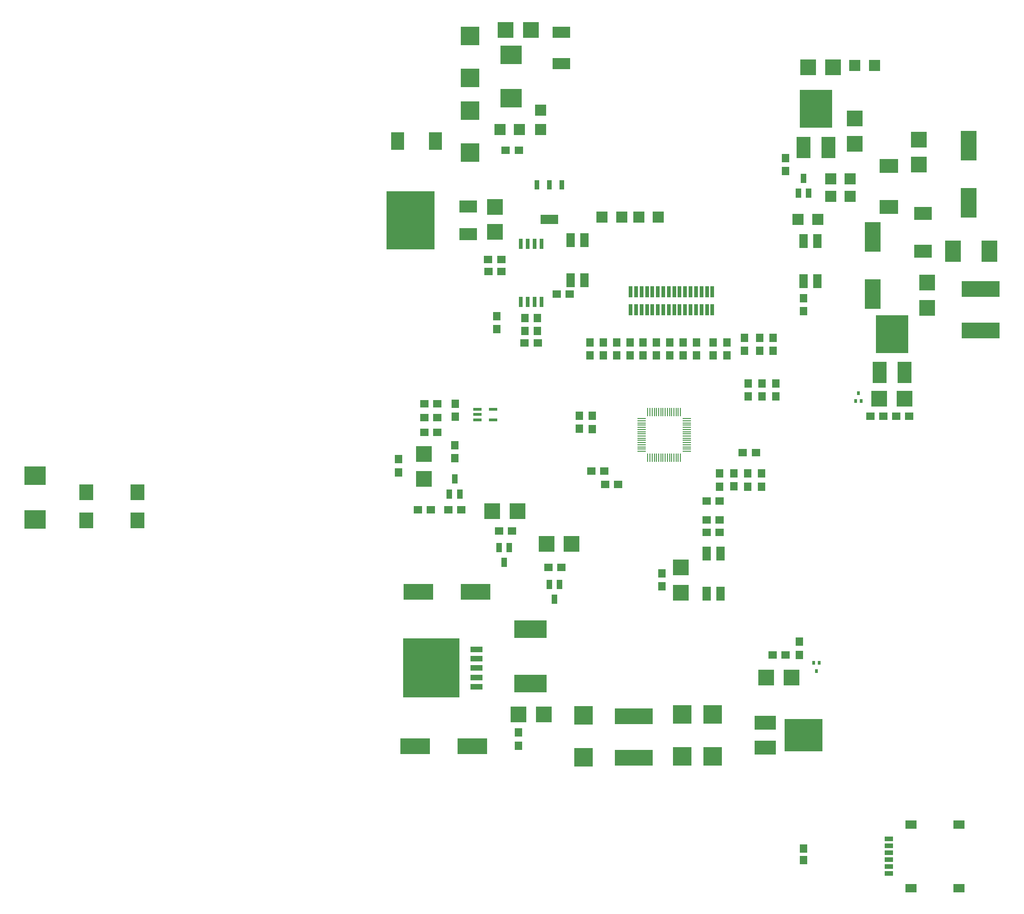
<source format=gtp>
G04 Layer_Color=8421504*
%FSLAX25Y25*%
%MOIN*%
G70*
G01*
G75*
%ADD10R,0.01850X0.02520*%
%ADD11R,0.11811X0.11811*%
%ADD12R,0.09843X0.15748*%
%ADD13R,0.23622X0.27559*%
%ADD14R,0.05906X0.05512*%
%ADD15R,0.05512X0.05906*%
%ADD16R,0.09449X0.12992*%
%ADD17R,0.02559X0.07874*%
%ADD18R,0.40984X0.42520*%
%ADD19R,0.08504X0.04213*%
%ADD20R,0.07874X0.07874*%
%ADD21R,0.13780X0.09843*%
%ADD22R,0.35039X0.41929*%
%ADD23R,0.12992X0.09055*%
%ADD24R,0.06299X0.02362*%
%ADD25R,0.03937X0.07087*%
%ADD26R,0.12598X0.07874*%
%ADD27R,0.11811X0.15748*%
%ADD28R,0.27559X0.11811*%
%ADD29R,0.06299X0.09843*%
%ADD30R,0.11811X0.21654*%
%ADD31R,0.21654X0.11811*%
%ADD32R,0.13780X0.13780*%
%ADD33R,0.15748X0.09843*%
%ADD34R,0.27559X0.23622*%
%ADD35R,0.11811X0.11811*%
%ADD36R,0.09843X0.11811*%
%ADD37R,0.15748X0.13780*%
%ADD38R,0.07874X0.05906*%
%ADD39R,0.05906X0.03543*%
%ADD40R,0.23622X0.12598*%
G04:AMPARAMS|DCode=41|XSize=57.87mil|YSize=9.45mil|CornerRadius=1.18mil|HoleSize=0mil|Usage=FLASHONLY|Rotation=270.000|XOffset=0mil|YOffset=0mil|HoleType=Round|Shape=RoundedRectangle|*
%AMROUNDEDRECTD41*
21,1,0.05787,0.00709,0,0,270.0*
21,1,0.05551,0.00945,0,0,270.0*
1,1,0.00236,-0.00354,-0.02776*
1,1,0.00236,-0.00354,0.02776*
1,1,0.00236,0.00354,0.02776*
1,1,0.00236,0.00354,-0.02776*
%
%ADD41ROUNDEDRECTD41*%
G04:AMPARAMS|DCode=42|XSize=57.87mil|YSize=9.45mil|CornerRadius=1.18mil|HoleSize=0mil|Usage=FLASHONLY|Rotation=0.000|XOffset=0mil|YOffset=0mil|HoleType=Round|Shape=RoundedRectangle|*
%AMROUNDEDRECTD42*
21,1,0.05787,0.00709,0,0,0.0*
21,1,0.05551,0.00945,0,0,0.0*
1,1,0.00236,0.02776,-0.00354*
1,1,0.00236,-0.02776,-0.00354*
1,1,0.00236,-0.02776,0.00354*
1,1,0.00236,0.02776,0.00354*
%
%ADD42ROUNDEDRECTD42*%
%ADD43R,0.07874X0.07874*%
%ADD44R,0.12992X0.09449*%
%ADD45R,0.02559X0.07284*%
%ADD46R,0.12598X0.06890*%
%ADD47R,0.03740X0.06890*%
D10*
X772146Y188976D02*
D03*
X770177Y194882D02*
D03*
X774114D02*
D03*
X802461Y389961D02*
D03*
X804429Y384055D02*
D03*
X800492D02*
D03*
D11*
X835709Y385925D02*
D03*
X817520D02*
D03*
X784193Y625689D02*
D03*
X766004D02*
D03*
X595118Y280709D02*
D03*
X576929D02*
D03*
X565590Y652559D02*
D03*
X547402D02*
D03*
X556043Y304429D02*
D03*
X537854D02*
D03*
X753976Y184252D02*
D03*
X735787D02*
D03*
X556850Y157579D02*
D03*
X575039D02*
D03*
D12*
X817772Y404724D02*
D03*
X835772D02*
D03*
X762709Y567618D02*
D03*
X780709D02*
D03*
D13*
X826772Y432480D02*
D03*
X771709Y595374D02*
D03*
D14*
X820571Y373130D02*
D03*
X811122D02*
D03*
X718799Y346949D02*
D03*
X728248D02*
D03*
X692618Y289272D02*
D03*
X702067D02*
D03*
Y298229D02*
D03*
X692618D02*
D03*
X488780Y361614D02*
D03*
X498228D02*
D03*
X829626Y373130D02*
D03*
X839075D02*
D03*
X488780Y382087D02*
D03*
X498228D02*
D03*
X488779Y372047D02*
D03*
X498228D02*
D03*
X493504Y305413D02*
D03*
X484055D02*
D03*
X515453Y305512D02*
D03*
X506004D02*
D03*
X552165Y290059D02*
D03*
X542717D02*
D03*
X740256Y200591D02*
D03*
X749705D02*
D03*
X584350Y461417D02*
D03*
X593799D02*
D03*
X609449Y333661D02*
D03*
X618898D02*
D03*
X628740Y324016D02*
D03*
X619291D02*
D03*
X547539Y565650D02*
D03*
X556988D02*
D03*
X702067Y311713D02*
D03*
X692618D02*
D03*
X578445Y263976D02*
D03*
X587894D02*
D03*
X534941Y477854D02*
D03*
X544390D02*
D03*
X534842Y486417D02*
D03*
X544291D02*
D03*
X561221Y426280D02*
D03*
X570669D02*
D03*
D15*
X719980Y429823D02*
D03*
Y420374D02*
D03*
X608465Y417224D02*
D03*
Y426673D02*
D03*
X697441Y426575D02*
D03*
Y417126D02*
D03*
X707283Y426575D02*
D03*
Y417126D02*
D03*
X556791Y134941D02*
D03*
Y144390D02*
D03*
X722441Y322342D02*
D03*
Y331791D02*
D03*
X712402Y331890D02*
D03*
Y322441D02*
D03*
X742618Y396850D02*
D03*
Y387402D02*
D03*
X722786Y396850D02*
D03*
Y387402D02*
D03*
X732702Y396850D02*
D03*
Y387402D02*
D03*
X732382Y331791D02*
D03*
Y322342D02*
D03*
X470079Y332677D02*
D03*
Y342126D02*
D03*
X660532Y259646D02*
D03*
Y250197D02*
D03*
X510630Y352362D02*
D03*
Y342913D02*
D03*
X511122Y372736D02*
D03*
Y382185D02*
D03*
X656504Y426673D02*
D03*
Y417225D02*
D03*
X646896D02*
D03*
Y426673D02*
D03*
X637288D02*
D03*
Y417225D02*
D03*
X627680D02*
D03*
Y426673D02*
D03*
X618072D02*
D03*
Y417225D02*
D03*
X731042Y420472D02*
D03*
Y429921D02*
D03*
X759646Y200689D02*
D03*
Y210138D02*
D03*
X740650Y420472D02*
D03*
Y429921D02*
D03*
X610039Y373425D02*
D03*
Y363977D02*
D03*
X600591Y373524D02*
D03*
Y364075D02*
D03*
X701968Y322342D02*
D03*
Y331791D02*
D03*
X666112Y417224D02*
D03*
Y426673D02*
D03*
X675719Y417225D02*
D03*
Y426673D02*
D03*
X685327Y417225D02*
D03*
Y426673D02*
D03*
X762657Y52264D02*
D03*
Y60531D02*
D03*
X762697Y458563D02*
D03*
Y449114D02*
D03*
X749803Y550394D02*
D03*
Y559842D02*
D03*
X541240Y445571D02*
D03*
Y436122D02*
D03*
X561417Y444291D02*
D03*
Y434842D02*
D03*
X570276Y444291D02*
D03*
Y434842D02*
D03*
D16*
X469488Y572244D02*
D03*
X496850D02*
D03*
D17*
X692913Y463287D02*
D03*
X696850D02*
D03*
Y450059D02*
D03*
X692913D02*
D03*
X637795D02*
D03*
Y463287D02*
D03*
X641732Y450059D02*
D03*
Y463287D02*
D03*
X645669Y450059D02*
D03*
X649606D02*
D03*
X653543D02*
D03*
X669291D02*
D03*
X665354D02*
D03*
X661417D02*
D03*
X657480D02*
D03*
X685039D02*
D03*
X681102D02*
D03*
X677165D02*
D03*
X673228D02*
D03*
X688976D02*
D03*
Y463287D02*
D03*
X673228D02*
D03*
X677165D02*
D03*
X681102D02*
D03*
X685039D02*
D03*
X657480D02*
D03*
X661417D02*
D03*
X665354D02*
D03*
X669291D02*
D03*
X653543D02*
D03*
X649606D02*
D03*
X645669D02*
D03*
D18*
X493602Y191043D02*
D03*
D19*
X526374Y204429D02*
D03*
Y197736D02*
D03*
Y191043D02*
D03*
Y184351D02*
D03*
Y177657D02*
D03*
D20*
X796457Y544783D02*
D03*
X782283D02*
D03*
X543406Y580413D02*
D03*
X557579D02*
D03*
X782283Y532087D02*
D03*
X796457D02*
D03*
X799803Y626870D02*
D03*
X813976D02*
D03*
X657775Y517224D02*
D03*
X643602D02*
D03*
X617126Y517323D02*
D03*
X631299D02*
D03*
X758858Y515453D02*
D03*
X773032D02*
D03*
D21*
X824311Y554331D02*
D03*
Y524409D02*
D03*
D22*
X478740Y514862D02*
D03*
D23*
X520473Y524862D02*
D03*
Y504862D02*
D03*
D24*
X527067Y378150D02*
D03*
Y374410D02*
D03*
Y370669D02*
D03*
X538484D02*
D03*
Y378150D02*
D03*
D25*
X762697Y545276D02*
D03*
X766437Y534449D02*
D03*
X758957D02*
D03*
X506890Y317028D02*
D03*
X514370D02*
D03*
X510630Y327854D02*
D03*
X582776Y240846D02*
D03*
X579035Y251673D02*
D03*
X586516D02*
D03*
X550197Y278248D02*
D03*
X542716D02*
D03*
X546457Y267421D02*
D03*
D26*
X587697Y650787D02*
D03*
Y628150D02*
D03*
D27*
X870866Y492618D02*
D03*
X897244D02*
D03*
D28*
X890846Y435335D02*
D03*
Y465256D02*
D03*
X639961Y156201D02*
D03*
Y126280D02*
D03*
D29*
X702638Y244784D02*
D03*
X692638D02*
D03*
Y273721D02*
D03*
X702638D02*
D03*
X772717Y470965D02*
D03*
X762716D02*
D03*
Y499902D02*
D03*
X772717D02*
D03*
X604508Y500492D02*
D03*
X594508D02*
D03*
Y471555D02*
D03*
X604508D02*
D03*
D30*
X812697Y502953D02*
D03*
Y461614D02*
D03*
X882185Y568996D02*
D03*
Y527658D02*
D03*
D31*
X525689Y246162D02*
D03*
X484350D02*
D03*
X482087Y134449D02*
D03*
X523425D02*
D03*
D32*
X675000Y127165D02*
D03*
Y157480D02*
D03*
X521654Y648327D02*
D03*
Y618012D02*
D03*
X521850Y563779D02*
D03*
Y594095D02*
D03*
X603839Y126575D02*
D03*
Y156890D02*
D03*
X696949Y127165D02*
D03*
Y157480D02*
D03*
D33*
X735138Y151618D02*
D03*
Y133618D02*
D03*
D34*
X762894Y142618D02*
D03*
D35*
X539764Y506457D02*
D03*
Y524646D02*
D03*
X488386Y346004D02*
D03*
Y327815D02*
D03*
X799606Y588524D02*
D03*
Y570335D02*
D03*
X852067Y451634D02*
D03*
Y469823D02*
D03*
X674213Y263819D02*
D03*
Y245630D02*
D03*
X846063Y555079D02*
D03*
Y573268D02*
D03*
D36*
X281366Y297764D02*
D03*
X244437D02*
D03*
Y318236D02*
D03*
X281366D02*
D03*
D37*
X207579Y298622D02*
D03*
Y330118D02*
D03*
X551575Y603051D02*
D03*
Y634547D02*
D03*
D38*
X875197Y31890D02*
D03*
Y77953D02*
D03*
X840551D02*
D03*
Y31890D02*
D03*
D39*
X824409Y42441D02*
D03*
Y47441D02*
D03*
Y52441D02*
D03*
Y62441D02*
D03*
Y57441D02*
D03*
Y67441D02*
D03*
D40*
X565354Y179823D02*
D03*
Y219193D02*
D03*
D41*
X673819Y343228D02*
D03*
X672244D02*
D03*
X670669D02*
D03*
X669094D02*
D03*
X667520D02*
D03*
X665945D02*
D03*
X664370D02*
D03*
X662795D02*
D03*
X661220D02*
D03*
X659646D02*
D03*
X658071D02*
D03*
X656496D02*
D03*
X654921D02*
D03*
X653346D02*
D03*
X651772D02*
D03*
X650197D02*
D03*
Y376063D02*
D03*
X651772D02*
D03*
X653346D02*
D03*
X654921D02*
D03*
X656496D02*
D03*
X658071D02*
D03*
X659646D02*
D03*
X661220D02*
D03*
X662795D02*
D03*
X664370D02*
D03*
X665945D02*
D03*
X667520D02*
D03*
X669094D02*
D03*
X670669D02*
D03*
X672244D02*
D03*
X673819D02*
D03*
D42*
X678425Y371457D02*
D03*
Y369882D02*
D03*
Y368307D02*
D03*
Y366732D02*
D03*
Y365157D02*
D03*
Y363583D02*
D03*
Y362008D02*
D03*
Y360433D02*
D03*
Y358858D02*
D03*
Y357283D02*
D03*
Y355709D02*
D03*
Y354134D02*
D03*
Y352559D02*
D03*
Y350984D02*
D03*
Y349409D02*
D03*
Y347835D02*
D03*
X645591D02*
D03*
Y349409D02*
D03*
Y350984D02*
D03*
Y352559D02*
D03*
Y354134D02*
D03*
Y355709D02*
D03*
Y357283D02*
D03*
Y358858D02*
D03*
Y360433D02*
D03*
Y362008D02*
D03*
Y363583D02*
D03*
Y365157D02*
D03*
Y366732D02*
D03*
Y368307D02*
D03*
Y369882D02*
D03*
Y371457D02*
D03*
D43*
X572835Y594685D02*
D03*
Y580512D02*
D03*
D44*
X849016Y519783D02*
D03*
Y492421D02*
D03*
D45*
X573543Y455807D02*
D03*
X568543D02*
D03*
X563543D02*
D03*
X558543D02*
D03*
Y497736D02*
D03*
X563543D02*
D03*
X568543D02*
D03*
X573543D02*
D03*
D46*
X579036Y515650D02*
D03*
D47*
X569980Y540453D02*
D03*
X579036D02*
D03*
X588091D02*
D03*
M02*

</source>
